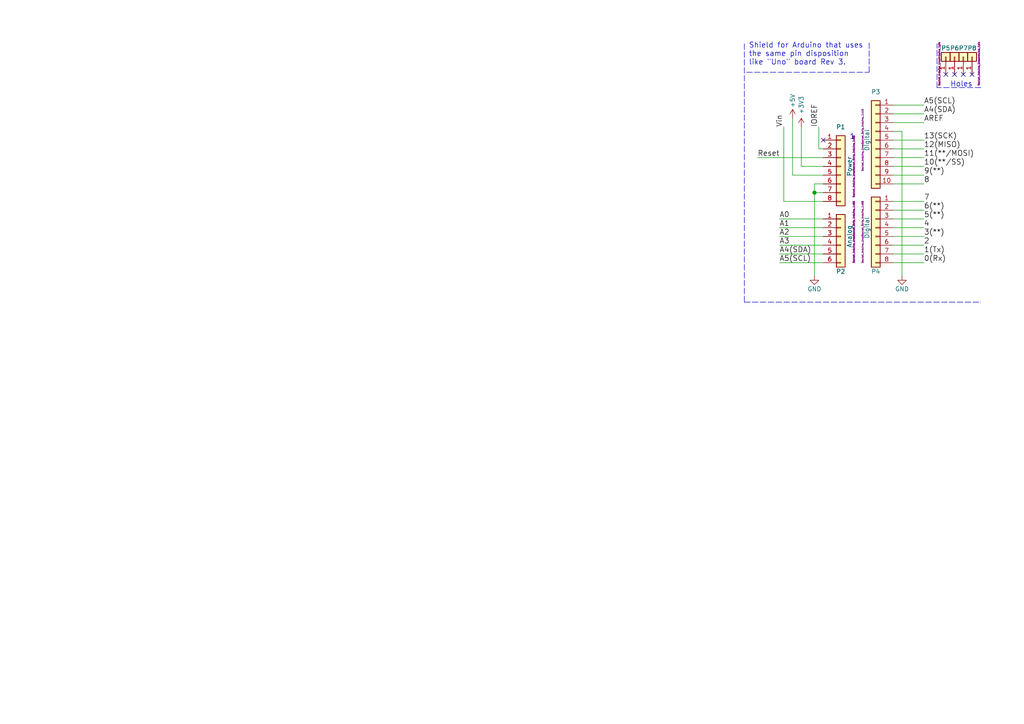
<source format=kicad_sch>
(kicad_sch (version 20210621) (generator eeschema)
  (paper "A4")
  (title_block (date "lun. 30 mars 2015"))
  (lib_symbols
    (symbol "Connector_Generic:Conn_01x01" (pin_names (offset 1.016) hide)
      (property "Reference" "J" (at 0 2.54 0))
      (property "Value" "Conn_01x01" (at 0 -2.54 0))
      (symbol "Conn_01x01_1_1"
        (rectangle (start -1.27 0.127) (end 0 -0.127) (stroke (width 0.1524)))
        (rectangle (start -1.27 1.27) (end 1.27 -1.27) (stroke (width 0.254)) (fill (type background)))
        (pin passive line (at -5.08 0 0) (length 3.81) (name "Pin_1") (number "1"))
      )
    )
    (symbol "Connector_Generic:Conn_01x06" (pin_names (offset 1.016) hide)
      (property "Reference" "J" (at 0 7.62 0))
      (property "Value" "Conn_01x06" (at 0 -10.16 0))
      (symbol "Conn_01x06_1_1"
        (rectangle (start -1.27 -7.493) (end 0 -7.747) (stroke (width 0.1524)))
        (rectangle (start -1.27 -4.953) (end 0 -5.207) (stroke (width 0.1524)))
        (rectangle (start -1.27 -2.413) (end 0 -2.667) (stroke (width 0.1524)))
        (rectangle (start -1.27 0.127) (end 0 -0.127) (stroke (width 0.1524)))
        (rectangle (start -1.27 2.667) (end 0 2.413) (stroke (width 0.1524)))
        (rectangle (start -1.27 5.207) (end 0 4.953) (stroke (width 0.1524)))
        (rectangle (start -1.27 6.35) (end 1.27 -8.89) (stroke (width 0.254)) (fill (type background)))
        (pin passive line (at -5.08 5.08 0) (length 3.81) (name "Pin_1") (number "1"))
        (pin passive line (at -5.08 2.54 0) (length 3.81) (name "Pin_2") (number "2"))
        (pin passive line (at -5.08 0 0) (length 3.81) (name "Pin_3") (number "3"))
        (pin passive line (at -5.08 -2.54 0) (length 3.81) (name "Pin_4") (number "4"))
        (pin passive line (at -5.08 -5.08 0) (length 3.81) (name "Pin_5") (number "5"))
        (pin passive line (at -5.08 -7.62 0) (length 3.81) (name "Pin_6") (number "6"))
      )
    )
    (symbol "Connector_Generic:Conn_01x08" (pin_names (offset 1.016) hide)
      (property "Reference" "J" (at 0 10.16 0))
      (property "Value" "Conn_01x08" (at 0 -12.7 0))
      (symbol "Conn_01x08_1_1"
        (rectangle (start -1.27 -10.033) (end 0 -10.287) (stroke (width 0.1524)))
        (rectangle (start -1.27 -7.493) (end 0 -7.747) (stroke (width 0.1524)))
        (rectangle (start -1.27 -4.953) (end 0 -5.207) (stroke (width 0.1524)))
        (rectangle (start -1.27 -2.413) (end 0 -2.667) (stroke (width 0.1524)))
        (rectangle (start -1.27 0.127) (end 0 -0.127) (stroke (width 0.1524)))
        (rectangle (start -1.27 2.667) (end 0 2.413) (stroke (width 0.1524)))
        (rectangle (start -1.27 5.207) (end 0 4.953) (stroke (width 0.1524)))
        (rectangle (start -1.27 7.747) (end 0 7.493) (stroke (width 0.1524)))
        (rectangle (start -1.27 8.89) (end 1.27 -11.43) (stroke (width 0.254)) (fill (type background)))
        (pin passive line (at -5.08 7.62 0) (length 3.81) (name "Pin_1") (number "1"))
        (pin passive line (at -5.08 5.08 0) (length 3.81) (name "Pin_2") (number "2"))
        (pin passive line (at -5.08 2.54 0) (length 3.81) (name "Pin_3") (number "3"))
        (pin passive line (at -5.08 0 0) (length 3.81) (name "Pin_4") (number "4"))
        (pin passive line (at -5.08 -2.54 0) (length 3.81) (name "Pin_5") (number "5"))
        (pin passive line (at -5.08 -5.08 0) (length 3.81) (name "Pin_6") (number "6"))
        (pin passive line (at -5.08 -7.62 0) (length 3.81) (name "Pin_7") (number "7"))
        (pin passive line (at -5.08 -10.16 0) (length 3.81) (name "Pin_8") (number "8"))
      )
    )
    (symbol "Connector_Generic:Conn_01x10" (pin_names (offset 1.016) hide)
      (property "Reference" "J" (at 0 12.7 0))
      (property "Value" "Conn_01x10" (at 0 -15.24 0))
      (symbol "Conn_01x10_1_1"
        (rectangle (start -1.27 -12.573) (end 0 -12.827) (stroke (width 0.1524)))
        (rectangle (start -1.27 -10.033) (end 0 -10.287) (stroke (width 0.1524)))
        (rectangle (start -1.27 -7.493) (end 0 -7.747) (stroke (width 0.1524)))
        (rectangle (start -1.27 -4.953) (end 0 -5.207) (stroke (width 0.1524)))
        (rectangle (start -1.27 -2.413) (end 0 -2.667) (stroke (width 0.1524)))
        (rectangle (start -1.27 0.127) (end 0 -0.127) (stroke (width 0.1524)))
        (rectangle (start -1.27 2.667) (end 0 2.413) (stroke (width 0.1524)))
        (rectangle (start -1.27 5.207) (end 0 4.953) (stroke (width 0.1524)))
        (rectangle (start -1.27 7.747) (end 0 7.493) (stroke (width 0.1524)))
        (rectangle (start -1.27 10.287) (end 0 10.033) (stroke (width 0.1524)))
        (rectangle (start -1.27 11.43) (end 1.27 -13.97) (stroke (width 0.254)) (fill (type background)))
        (pin passive line (at -5.08 10.16 0) (length 3.81) (name "Pin_1") (number "1"))
        (pin passive line (at -5.08 -12.7 0) (length 3.81) (name "Pin_10") (number "10"))
        (pin passive line (at -5.08 7.62 0) (length 3.81) (name "Pin_2") (number "2"))
        (pin passive line (at -5.08 5.08 0) (length 3.81) (name "Pin_3") (number "3"))
        (pin passive line (at -5.08 2.54 0) (length 3.81) (name "Pin_4") (number "4"))
        (pin passive line (at -5.08 0 0) (length 3.81) (name "Pin_5") (number "5"))
        (pin passive line (at -5.08 -2.54 0) (length 3.81) (name "Pin_6") (number "6"))
        (pin passive line (at -5.08 -5.08 0) (length 3.81) (name "Pin_7") (number "7"))
        (pin passive line (at -5.08 -7.62 0) (length 3.81) (name "Pin_8") (number "8"))
        (pin passive line (at -5.08 -10.16 0) (length 3.81) (name "Pin_9") (number "9"))
      )
    )
    (symbol "power:+3.3V" (power) (pin_names (offset 0))
      (property "Value" "+3.3V" (at 0 3.556 0))
      (symbol "+3.3V_0_1"
        (polyline (pts (xy -0.762 1.27) (xy 0 2.54)))
        (polyline (pts (xy 0 0) (xy 0 2.54)))
        (polyline (pts (xy 0 2.54) (xy 0.762 1.27)))
      )
      (symbol "+3.3V_1_1"
        (pin power_in line (at 0 0 90) (length 0) hide (name "+3V3") (number "1"))
      )
    )
    (symbol "power:+5V" (power) (pin_names (offset 0))
      (property "Value" "+5V" (at 0 3.556 0))
      (symbol "+5V_0_1"
        (polyline (pts (xy -0.762 1.27) (xy 0 2.54)))
        (polyline (pts (xy 0 0) (xy 0 2.54)))
        (polyline (pts (xy 0 2.54) (xy 0.762 1.27)))
      )
      (symbol "+5V_1_1"
        (pin power_in line (at 0 0 90) (length 0) hide (name "+5V") (number "1"))
      )
    )
    (symbol "power:GND" (power) (pin_names (offset 0))
      (property "Value" "GND" (at 0 -3.81 0))
      (symbol "GND_0_1"
        (polyline (pts (xy 0 0) (xy 0 -1.27) (xy 1.27 -1.27) (xy 0 -2.54) (xy -1.27 -1.27) (xy 0 -1.27)))
      )
      (symbol "GND_1_1"
        (pin power_in line (at 0 0 270) (length 0) hide (name "GND") (number "1"))
      )
    )
  )
  (junction (at 236.22 55.88) (diameter 1.016))
  (no_connect (at 238.76 40.64))
  (no_connect (at 274.32 21.59))
  (no_connect (at 276.86 21.59))
  (no_connect (at 279.4 21.59))
  (no_connect (at 281.94 21.59))
  (wire (pts (xy 227.33 58.42) (xy 227.33 36.83)))
  (wire (pts (xy 229.87 50.8) (xy 229.87 34.29)))
  (wire (pts (xy 232.41 48.26) (xy 232.41 36.83)))
  (wire (pts (xy 236.22 53.34) (xy 236.22 55.88)))
  (wire (pts (xy 236.22 55.88) (xy 236.22 80.01)))
  (wire (pts (xy 237.49 36.83) (xy 237.49 43.18)))
  (wire (pts (xy 237.49 43.18) (xy 238.76 43.18)))
  (wire (pts (xy 238.76 45.72) (xy 219.71 45.72)))
  (wire (pts (xy 238.76 48.26) (xy 232.41 48.26)))
  (wire (pts (xy 238.76 50.8) (xy 229.87 50.8)))
  (wire (pts (xy 238.76 53.34) (xy 236.22 53.34)))
  (wire (pts (xy 238.76 55.88) (xy 236.22 55.88)))
  (wire (pts (xy 238.76 58.42) (xy 227.33 58.42)))
  (wire (pts (xy 238.76 63.5) (xy 226.06 63.5)))
  (wire (pts (xy 238.76 66.04) (xy 226.06 66.04)))
  (wire (pts (xy 238.76 68.58) (xy 226.06 68.58)))
  (wire (pts (xy 238.76 71.12) (xy 226.06 71.12)))
  (wire (pts (xy 238.76 73.66) (xy 226.06 73.66)))
  (wire (pts (xy 238.76 76.2) (xy 226.06 76.2)))
  (wire (pts (xy 259.08 30.48) (xy 267.97 30.48)))
  (wire (pts (xy 259.08 33.02) (xy 267.97 33.02)))
  (wire (pts (xy 259.08 35.56) (xy 267.97 35.56)))
  (wire (pts (xy 259.08 38.1) (xy 261.62 38.1)))
  (wire (pts (xy 259.08 40.64) (xy 267.97 40.64)))
  (wire (pts (xy 259.08 43.18) (xy 267.97 43.18)))
  (wire (pts (xy 259.08 45.72) (xy 267.97 45.72)))
  (wire (pts (xy 259.08 48.26) (xy 267.97 48.26)))
  (wire (pts (xy 259.08 50.8) (xy 267.97 50.8)))
  (wire (pts (xy 259.08 53.34) (xy 267.97 53.34)))
  (wire (pts (xy 259.08 58.42) (xy 267.97 58.42)))
  (wire (pts (xy 259.08 60.96) (xy 267.97 60.96)))
  (wire (pts (xy 259.08 63.5) (xy 267.97 63.5)))
  (wire (pts (xy 259.08 66.04) (xy 267.97 66.04)))
  (wire (pts (xy 259.08 68.58) (xy 267.97 68.58)))
  (wire (pts (xy 259.08 71.12) (xy 267.97 71.12)))
  (wire (pts (xy 259.08 73.66) (xy 267.97 73.66)))
  (wire (pts (xy 259.08 76.2) (xy 267.97 76.2)))
  (wire (pts (xy 261.62 38.1) (xy 261.62 80.01)))
  (polyline (pts (xy 215.9 12.7) (xy 215.9 87.63)) (stroke (width 0) (type dash)))
  (polyline (pts (xy 215.9 87.63) (xy 284.48 87.63)) (stroke (width 0) (type dash)))
  (polyline (pts (xy 216.535 20.955) (xy 252.095 20.955)) (stroke (width 0) (type dash)))
  (polyline (pts (xy 252.095 20.955) (xy 252.095 12.065)) (stroke (width 0) (type dash)))
  (polyline (pts (xy 271.78 25.4) (xy 271.78 12.7)) (stroke (width 0) (type dash)))
  (polyline (pts (xy 284.48 25.4) (xy 271.78 25.4)) (stroke (width 0) (type dash)))
  (text "Shield for Arduino that uses\nthe same pin disposition\nlike \"Uno\" board Rev 3." (at 217.17 19.05 0) (effects (font (size 1.524 1.524)) (justify left bottom)))
  (text "1" (at 246.38 40.64 0) (effects (font (size 1.524 1.524)) (justify left bottom)))
  (text "Holes" (at 275.59 25.4 0) (effects (font (size 1.524 1.524)) (justify left bottom)))
  (label "Reset" (at 219.71 45.72 0) (effects (font (size 1.524 1.524))))
  (label "A0" (at 226.06 63.5 0) (effects (font (size 1.524 1.524))))
  (label "A1" (at 226.06 66.04 0) (effects (font (size 1.524 1.524))))
  (label "A2" (at 226.06 68.58 0) (effects (font (size 1.524 1.524))))
  (label "A3" (at 226.06 71.12 0) (effects (font (size 1.524 1.524))))
  (label "A4(SDA)" (at 226.06 73.66 0) (effects (font (size 1.524 1.524))))
  (label "A5(SCL)" (at 226.06 76.2 0) (effects (font (size 1.524 1.524))))
  (label "Vin" (at 227.33 36.83 90) (effects (font (size 1.524 1.524))))
  (label "IOREF" (at 237.49 36.83 90) (effects (font (size 1.524 1.524))))
  (label "A5(SCL)" (at 267.97 30.48 0) (effects (font (size 1.524 1.524))))
  (label "A4(SDA)" (at 267.97 33.02 0) (effects (font (size 1.524 1.524))))
  (label "AREF" (at 267.97 35.56 0) (effects (font (size 1.524 1.524))))
  (label "13(SCK)" (at 267.97 40.64 0) (effects (font (size 1.524 1.524))))
  (label "12(MISO)" (at 267.97 43.18 0) (effects (font (size 1.524 1.524))))
  (label "11(**/MOSI)" (at 267.97 45.72 0) (effects (font (size 1.524 1.524))))
  (label "10(**/SS)" (at 267.97 48.26 0) (effects (font (size 1.524 1.524))))
  (label "9(**)" (at 267.97 50.8 0) (effects (font (size 1.524 1.524))))
  (label "8" (at 267.97 53.34 0) (effects (font (size 1.524 1.524))))
  (label "7" (at 267.97 58.42 0) (effects (font (size 1.524 1.524))))
  (label "6(**)" (at 267.97 60.96 0) (effects (font (size 1.524 1.524))))
  (label "5(**)" (at 267.97 63.5 0) (effects (font (size 1.524 1.524))))
  (label "4" (at 267.97 66.04 0) (effects (font (size 1.524 1.524))))
  (label "3(**)" (at 267.97 68.58 0) (effects (font (size 1.524 1.524))))
  (label "2" (at 267.97 71.12 0) (effects (font (size 1.524 1.524))))
  (label "1(Tx)" (at 267.97 73.66 0) (effects (font (size 1.524 1.524))))
  (label "0(Rx)" (at 267.97 76.2 0) (effects (font (size 1.524 1.524))))
  (symbol (lib_id "power:+5V") (at 229.87 34.29 0) (unit 1)
    (property "Reference" "#PWR02" (effects hide))
    (property "Value" "+5V" (at 229.87 29.21 90))
  )
  (symbol (lib_id "power:+3.3V") (at 232.41 36.83 0) (unit 1)
    (property "Reference" "#PWR01" (effects hide))
    (property "Value" "+3.3V" (at 232.41 30.48 90))
  )
  (symbol (lib_id "power:GND") (at 236.22 80.01 0) (unit 1)
    (property "Reference" "#PWR03" (effects hide))
    (property "Value" "GND" (at 236.22 83.82 0))
  )
  (symbol (lib_id "power:GND") (at 261.62 80.01 0) (unit 1)
    (property "Reference" "#PWR04" (effects hide))
    (property "Value" "GND" (at 261.62 83.82 0))
  )
  (symbol (lib_id "Connector_Generic:Conn_01x01") (at 274.32 16.51 90) (unit 1)
    (property "Reference" "P5" (at 274.32 13.97 90))
    (property "Value" "CONN_01X01" (effects hide))
    (property "Footprint" "Socket_Arduino_Uno:Arduino_1pin" (at 272.4404 18.5166 0) (effects (font (size 0.508 0.508))))
  )
  (symbol (lib_id "Connector_Generic:Conn_01x01") (at 276.86 16.51 90) (unit 1)
    (property "Reference" "P6" (at 276.86 13.97 90))
    (property "Value" "CONN_01X01" (effects hide))
    (property "Footprint" "Socket_Arduino_Uno:Arduino_1pin" (effects hide))
  )
  (symbol (lib_id "Connector_Generic:Conn_01x01") (at 279.4 16.51 90) (unit 1)
    (property "Reference" "P7" (at 279.4 13.97 90))
    (property "Value" "CONN_01X01" (effects hide))
    (property "Footprint" "Socket_Arduino_Uno:Arduino_1pin" (effects hide))
  )
  (symbol (lib_id "Connector_Generic:Conn_01x01") (at 281.94 16.51 90) (unit 1)
    (property "Reference" "P8" (at 281.94 13.97 90))
    (property "Value" "CONN_01X01" (effects hide))
    (property "Footprint" "Socket_Arduino_Uno:Arduino_1pin" (at 283.9212 18.4404 0) (effects (font (size 0.508 0.508))))
  )
  (symbol (lib_id "Connector_Generic:Conn_01x06") (at 243.84 68.58 0) (unit 1)
    (property "Reference" "P2" (at 243.84 78.74 0))
    (property "Value" "Analog" (at 246.38 68.58 90))
    (property "Footprint" "Socket_Arduino_Uno:Socket_Strip_Arduino_1x06" (at 247.65 67.31 90) (effects (font (size 0.508 0.508))))
  )
  (symbol (lib_id "Connector_Generic:Conn_01x08") (at 243.84 48.26 0) (unit 1)
    (property "Reference" "P1" (at 243.84 36.83 0))
    (property "Value" "Power" (at 246.38 48.26 90))
    (property "Footprint" "Socket_Arduino_Uno:Socket_Strip_Arduino_1x08" (at 247.65 48.26 90) (effects (font (size 0.508 0.508))))
  )
  (symbol (lib_id "Connector_Generic:Conn_01x08") (at 254 66.04 0) (mirror y) (unit 1)
    (property "Reference" "P4" (at 254 78.74 0))
    (property "Value" "Digital" (at 251.46 66.04 90))
    (property "Footprint" "Socket_Arduino_Uno:Socket_Strip_Arduino_1x08" (at 250.19 67.31 90) (effects (font (size 0.508 0.508))))
  )
  (symbol (lib_id "Connector_Generic:Conn_01x10") (at 254 40.64 0) (mirror y) (unit 1)
    (property "Reference" "P3" (at 254 26.67 0))
    (property "Value" "Digital" (at 251.46 40.64 90))
    (property "Footprint" "Socket_Arduino_Uno:Socket_Strip_Arduino_1x10" (at 250.19 40.64 90) (effects (font (size 0.508 0.508))))
  )
)
</source>
